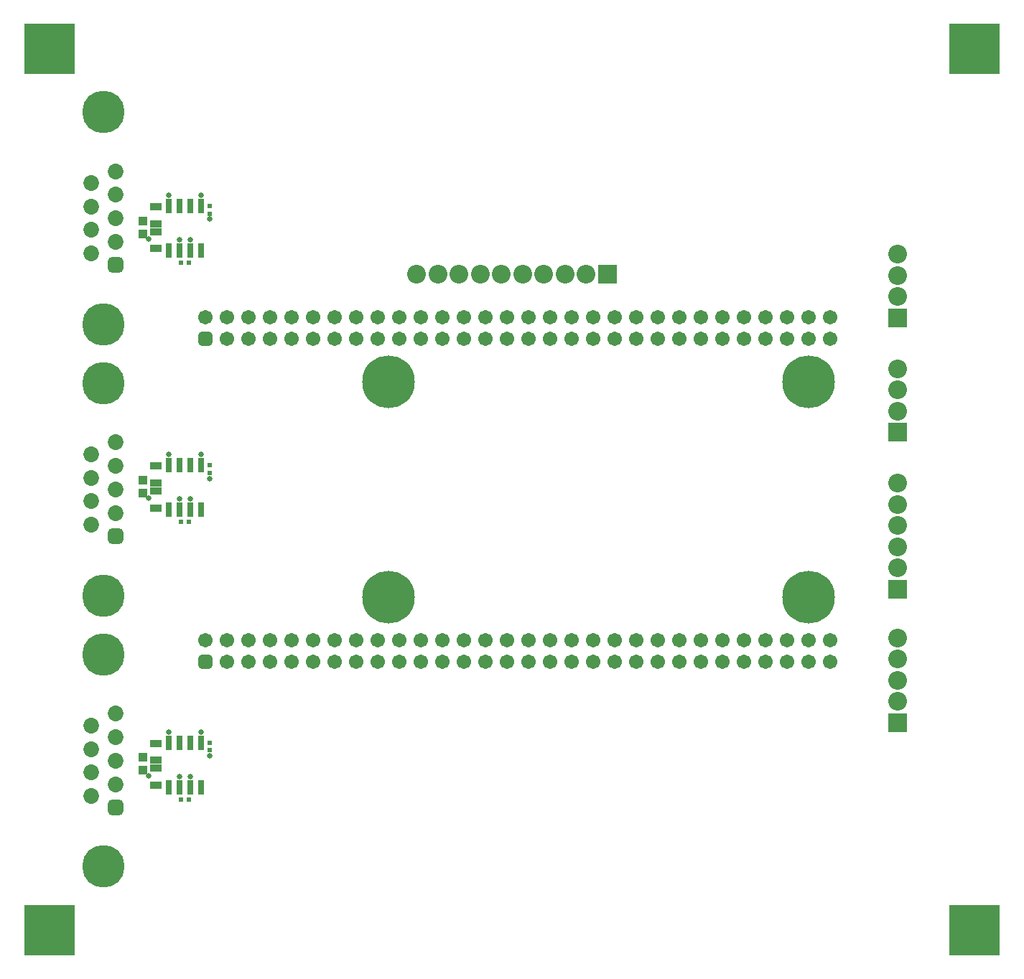
<source format=gts>
G04*
G04 #@! TF.GenerationSoftware,Altium Limited,Altium Designer,26.1.1 (7)*
G04*
G04 Layer_Color=8388736*
%FSLAX44Y44*%
%MOMM*%
G71*
G04*
G04 #@! TF.SameCoordinates,87C32F03-2C6B-453D-A3F9-AEB93C4BCAE5*
G04*
G04*
G04 #@! TF.FilePolarity,Negative*
G04*
G01*
G75*
%ADD10R,6.0000X6.0000*%
%ADD11R,0.6000X0.6000*%
%ADD12R,0.8032X1.8032*%
%ADD13R,1.4532X0.9032*%
%ADD14R,1.0032X1.0032*%
%ADD15R,0.6000X0.6000*%
%ADD16C,1.8532*%
G04:AMPARAMS|DCode=17|XSize=1.8532mm|YSize=1.8532mm|CornerRadius=0.5141mm|HoleSize=0mm|Usage=FLASHONLY|Rotation=270.000|XOffset=0mm|YOffset=0mm|HoleType=Round|Shape=RoundedRectangle|*
%AMROUNDEDRECTD17*
21,1,1.8532,0.8250,0,0,270.0*
21,1,0.8250,1.8532,0,0,270.0*
1,1,1.0282,-0.4125,-0.4125*
1,1,1.0282,-0.4125,0.4125*
1,1,1.0282,0.4125,0.4125*
1,1,1.0282,0.4125,-0.4125*
%
%ADD17ROUNDEDRECTD17*%
%ADD18C,5.0032*%
%ADD19C,1.7032*%
G04:AMPARAMS|DCode=20|XSize=1.7032mm|YSize=1.7032mm|CornerRadius=0.4766mm|HoleSize=0mm|Usage=FLASHONLY|Rotation=0.000|XOffset=0mm|YOffset=0mm|HoleType=Round|Shape=RoundedRectangle|*
%AMROUNDEDRECTD20*
21,1,1.7032,0.7500,0,0,0.0*
21,1,0.7500,1.7032,0,0,0.0*
1,1,0.9532,0.3750,-0.3750*
1,1,0.9532,-0.3750,-0.3750*
1,1,0.9532,-0.3750,0.3750*
1,1,0.9532,0.3750,0.3750*
%
%ADD20ROUNDEDRECTD20*%
%ADD21R,2.2032X2.2032*%
%ADD22C,2.2032*%
%ADD23R,2.2032X2.2032*%
%ADD24C,0.6532*%
%ADD25C,6.2032*%
%ADD26C,3.2032*%
D10*
X1119997Y1070000D02*
D03*
Y30000D02*
D03*
X30004Y30000D02*
D03*
X30000Y1070000D02*
D03*
D11*
X193950Y817310D02*
D03*
X184950D02*
D03*
Y511410D02*
D03*
X193950D02*
D03*
X184950Y184360D02*
D03*
X193950D02*
D03*
D12*
X170400Y884200D02*
D03*
X183100D02*
D03*
X195800D02*
D03*
X208500D02*
D03*
X170400Y831700D02*
D03*
X183100D02*
D03*
X195800D02*
D03*
X208500D02*
D03*
Y525800D02*
D03*
X195800D02*
D03*
X183100D02*
D03*
X170400D02*
D03*
X208500Y578300D02*
D03*
X195800D02*
D03*
X183100D02*
D03*
X170400D02*
D03*
X208500Y198750D02*
D03*
X195800D02*
D03*
X183100D02*
D03*
X170400D02*
D03*
X208500Y251250D02*
D03*
X195800D02*
D03*
X183100D02*
D03*
X170400D02*
D03*
D13*
X155160Y834140D02*
D03*
Y854140D02*
D03*
Y883350D02*
D03*
Y863350D02*
D03*
Y557450D02*
D03*
Y577450D02*
D03*
Y548240D02*
D03*
Y528240D02*
D03*
X155160Y221190D02*
D03*
Y201190D02*
D03*
Y230400D02*
D03*
Y250400D02*
D03*
D14*
X139920Y851720D02*
D03*
Y866720D02*
D03*
Y560820D02*
D03*
Y545820D02*
D03*
X139920Y233770D02*
D03*
Y218770D02*
D03*
D15*
X218660Y884200D02*
D03*
Y875200D02*
D03*
Y578300D02*
D03*
Y569300D02*
D03*
X218660Y242250D02*
D03*
Y251250D02*
D03*
D16*
X107200Y550000D02*
D03*
Y577700D02*
D03*
Y605400D02*
D03*
Y522300D02*
D03*
X78800Y508450D02*
D03*
Y536150D02*
D03*
Y563850D02*
D03*
Y591550D02*
D03*
Y911550D02*
D03*
Y883850D02*
D03*
Y856150D02*
D03*
Y828450D02*
D03*
X107200Y842300D02*
D03*
Y925400D02*
D03*
Y897700D02*
D03*
Y870000D02*
D03*
X78800Y271550D02*
D03*
Y243850D02*
D03*
Y216150D02*
D03*
Y188450D02*
D03*
X107200Y202300D02*
D03*
Y285400D02*
D03*
Y257700D02*
D03*
Y230000D02*
D03*
D17*
Y494600D02*
D03*
Y814600D02*
D03*
Y174600D02*
D03*
D18*
X93000Y675000D02*
D03*
Y425000D02*
D03*
Y745000D02*
D03*
Y995000D02*
D03*
Y105000D02*
D03*
Y355000D02*
D03*
D19*
X950000Y753200D02*
D03*
X924600D02*
D03*
X899200D02*
D03*
X873800D02*
D03*
X848400D02*
D03*
X823000D02*
D03*
X797600D02*
D03*
X772200D02*
D03*
X746800D02*
D03*
X950000Y727800D02*
D03*
X924600D02*
D03*
X899200D02*
D03*
X873800D02*
D03*
X848400D02*
D03*
X823000D02*
D03*
X797600D02*
D03*
X772200D02*
D03*
X746800D02*
D03*
X721400Y753200D02*
D03*
X696000D02*
D03*
X721400Y727800D02*
D03*
X696000D02*
D03*
X619800Y753200D02*
D03*
Y727800D02*
D03*
X594400Y753200D02*
D03*
Y727800D02*
D03*
X543600Y753200D02*
D03*
Y727800D02*
D03*
X416600Y753200D02*
D03*
Y727800D02*
D03*
X365800Y753200D02*
D03*
Y727800D02*
D03*
X315000Y753200D02*
D03*
Y727800D02*
D03*
X264200Y753200D02*
D03*
Y727800D02*
D03*
X238800Y753200D02*
D03*
Y727800D02*
D03*
X213400Y753200D02*
D03*
X289600Y727800D02*
D03*
Y753200D02*
D03*
X340400Y727800D02*
D03*
Y753200D02*
D03*
X391200Y727800D02*
D03*
Y753200D02*
D03*
X442000Y727800D02*
D03*
Y753200D02*
D03*
X467400Y727800D02*
D03*
Y753200D02*
D03*
X492800Y727800D02*
D03*
Y753200D02*
D03*
X518200Y727800D02*
D03*
Y753200D02*
D03*
X569000Y727800D02*
D03*
Y753200D02*
D03*
X645200Y727800D02*
D03*
X670600D02*
D03*
X645200Y753200D02*
D03*
X670600D02*
D03*
X950000Y372200D02*
D03*
X924600D02*
D03*
X899200D02*
D03*
X873800D02*
D03*
X848400D02*
D03*
X823000D02*
D03*
X797600D02*
D03*
X772200D02*
D03*
X746800D02*
D03*
X950000Y346800D02*
D03*
X924600D02*
D03*
X899200D02*
D03*
X873800D02*
D03*
X848400D02*
D03*
X823000D02*
D03*
X797600D02*
D03*
X772200D02*
D03*
X746800D02*
D03*
X721400Y372200D02*
D03*
X696000D02*
D03*
X721400Y346800D02*
D03*
X696000D02*
D03*
X619800Y372200D02*
D03*
Y346800D02*
D03*
X594400Y372200D02*
D03*
Y346800D02*
D03*
X543600Y372200D02*
D03*
Y346800D02*
D03*
X416600Y372200D02*
D03*
Y346800D02*
D03*
X365800Y372200D02*
D03*
Y346800D02*
D03*
X315000Y372200D02*
D03*
Y346800D02*
D03*
X264200Y372200D02*
D03*
Y346800D02*
D03*
X238800Y372200D02*
D03*
Y346800D02*
D03*
X213400Y372200D02*
D03*
X289600Y346800D02*
D03*
Y372200D02*
D03*
X340400Y346800D02*
D03*
Y372200D02*
D03*
X391200Y346800D02*
D03*
Y372200D02*
D03*
X442000Y346800D02*
D03*
Y372200D02*
D03*
X467400Y346800D02*
D03*
Y372200D02*
D03*
X492800Y346800D02*
D03*
Y372200D02*
D03*
X518200Y346800D02*
D03*
Y372200D02*
D03*
X569000Y346800D02*
D03*
Y372200D02*
D03*
X645200Y346800D02*
D03*
X670600D02*
D03*
X645200Y372200D02*
D03*
X670600D02*
D03*
D20*
X213400Y727800D02*
D03*
Y346800D02*
D03*
D21*
X1030000Y752300D02*
D03*
X1029992Y432500D02*
D03*
Y275000D02*
D03*
X1030000Y617300D02*
D03*
D22*
Y777300D02*
D03*
Y802300D02*
D03*
Y827300D02*
D03*
X1029992Y557500D02*
D03*
Y532500D02*
D03*
Y457500D02*
D03*
Y482500D02*
D03*
Y507500D02*
D03*
X487500Y804000D02*
D03*
X512500D02*
D03*
X537500D02*
D03*
X562500D02*
D03*
X587500D02*
D03*
X612500D02*
D03*
X637500D02*
D03*
X662500D02*
D03*
X462500D02*
D03*
X1029992Y300000D02*
D03*
Y325000D02*
D03*
Y350000D02*
D03*
Y375000D02*
D03*
X1030000Y642300D02*
D03*
Y667300D02*
D03*
Y692300D02*
D03*
D23*
X687500Y804000D02*
D03*
D24*
X146270Y212420D02*
D03*
X146270Y845370D02*
D03*
X183100Y844400D02*
D03*
X195800D02*
D03*
X218660Y868850D02*
D03*
X170400Y896900D02*
D03*
X208500D02*
D03*
Y591000D02*
D03*
X208500Y263950D02*
D03*
X170400Y591000D02*
D03*
X218660Y562950D02*
D03*
X195800Y538500D02*
D03*
X183100D02*
D03*
X146270Y539470D02*
D03*
X183100Y211450D02*
D03*
X195800D02*
D03*
X218660Y235900D02*
D03*
X170400Y263950D02*
D03*
D25*
X429300Y423000D02*
D03*
X924600D02*
D03*
Y677000D02*
D03*
X429300D02*
D03*
D26*
X1120000Y1070000D02*
D03*
Y30000D02*
D03*
X30000Y30000D02*
D03*
Y1070000D02*
D03*
M02*

</source>
